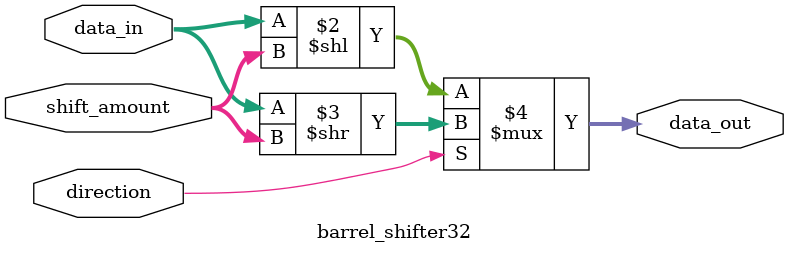
<source format=sv>


//     // Stage 1: Shift by 0 or 1
//     mux2v #(width) mux2v_0(
//         w10,
//         {data_in[width-2:0], 1'b0},
//         {1'b0, data_in[width-1:1]},
//         direction
//     );
//     mux2v #(width) mux2v_1(w11, data_in, w10, shift_amount[0]);

//     // Stage 2: Shift by 0 or 2
//     mux2v #(width) mux2v_2(
//         w20,
//         {w11[width-3:0], 2'b0},
//         {2'b0, w11[width-1:2]} ,
//         direction
//     );
//     mux2v #(width) mux2v_3(w21, w11, w20, shift_amount[1]);

//     // Stage 3: Shift by 0 or 4
//     mux2v #(width) mux2v_4(
//         w30,
//         {w21[width-5:0], 4'b0},
//         {4'b0, w21[width-1:4]} ,
//         direction
//     );
//     mux2v #(width) mux2v_5(w31, w21, w30, shift_amount[2]);

//     // Stage 4: Shift by 0 or 8
//     mux2v #(width) mux2v_6(
//         w40,
//         {w31[width-9:0], 8'b0},
//         {8'b0, w31[width-1:8]},
//         direction
//     );
//     mux2v #(width) mux2v_7(w41, w31, w40, shift_amount[3]);

//     // Stage 5: Shift by 0 or 16
//     mux2v #(width) mux2v_8(
//         w50,
//         {w41[width-17:0], 16'b0},
//         {16'b0, w41[width-1:16]},
//         direction
//     );
//     mux2v #(width) mux2v_9(data_out, w41, w50, shift_amount[4]);

// endmodule

module barrel_shifter32 #(
    parameter width = 32
)(
    output wire [width - 1:0] data_out,
    input wire [width - 1:0] data_in,
    input wire [4:0] shift_amount,
    input wire direction // 0 for left, 1 for right
);
    assign data_out = (direction == 0) ? data_in << shift_amount : data_in >> shift_amount;
endmodule

</source>
